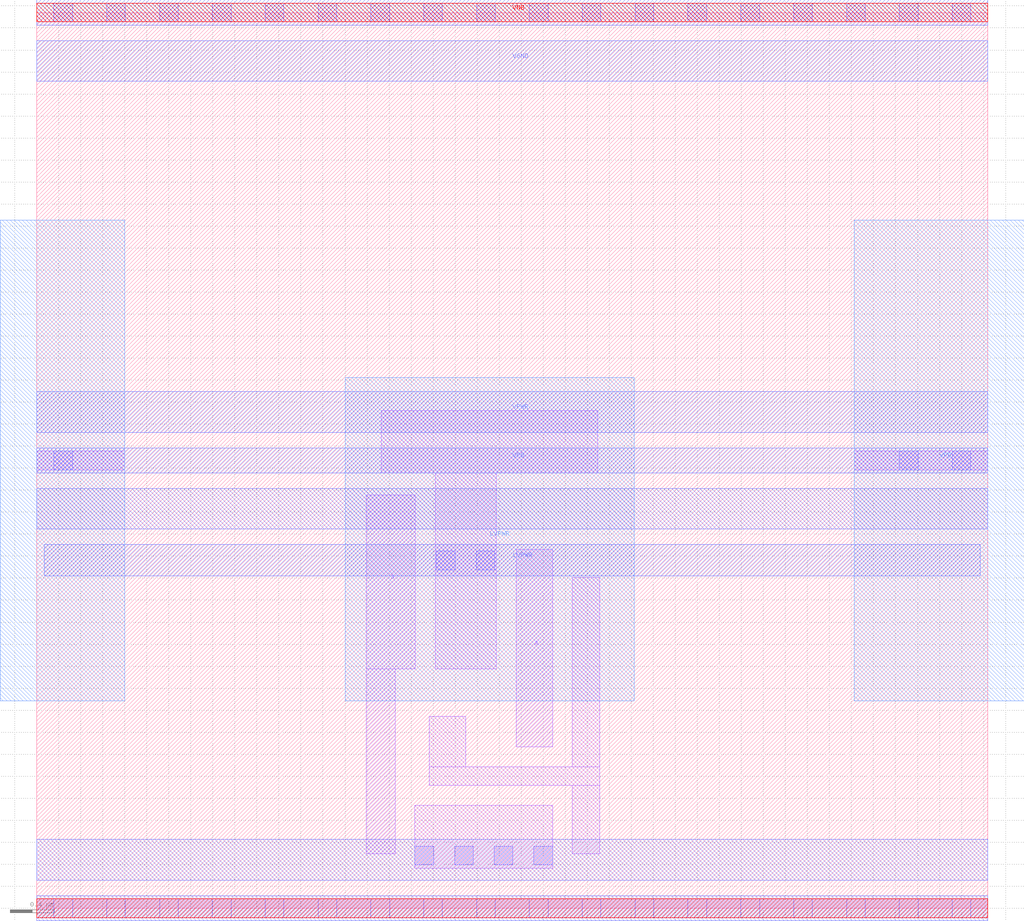
<source format=lef>
# Copyright 2020 The SkyWater PDK Authors
#
# Licensed under the Apache License, Version 2.0 (the "License");
# you may not use this file except in compliance with the License.
# You may obtain a copy of the License at
#
#     https://www.apache.org/licenses/LICENSE-2.0
#
# Unless required by applicable law or agreed to in writing, software
# distributed under the License is distributed on an "AS IS" BASIS,
# WITHOUT WARRANTIES OR CONDITIONS OF ANY KIND, either express or implied.
# See the License for the specific language governing permissions and
# limitations under the License.
#
# SPDX-License-Identifier: Apache-2.0

VERSION 5.7 ;
  NOWIREEXTENSIONATPIN ON ;
  DIVIDERCHAR "/" ;
  BUSBITCHARS "[]" ;
SITE unithvdbl
  SYMMETRY y ;
  CLASS CORE ;
  SIZE  8.640000 BY  8.140000 ;
END unithvdbl
MACRO sky130_fd_sc_hvl__lsbufhv2lv_simple_1
  CLASS CORE ;
  FOREIGN sky130_fd_sc_hvl__lsbufhv2lv_simple_1 ;
  ORIGIN  0.000000  0.000000 ;
  SIZE  8.640000 BY  8.140000 ;
  SYMMETRY X Y ;
  SITE unithvdbl ;
  PIN A
    ANTENNAGATEAREA  0.585000 ;
    DIRECTION INPUT ;
    USE SIGNAL ;
    PORT
      LAYER li1 ;
        RECT 4.355000 1.465000 4.685000 3.260000 ;
    END
  END A
  PIN X
    ANTENNADIFFAREA  0.626250 ;
    DIRECTION OUTPUT ;
    USE SIGNAL ;
    PORT
      LAYER li1 ;
        RECT 2.995000 0.495000 3.255000 2.175000 ;
        RECT 2.995000 2.175000 3.440000 3.755000 ;
    END
  END X
  PIN LVPWR
    DIRECTION INOUT ;
    USE POWER ;
    PORT
      LAYER met1 ;
        RECT 0.070000 3.020000 8.570000 3.305000 ;
      LAYER nwell ;
        RECT 2.800000 1.885000 5.425000 4.825000 ;
    END
  END LVPWR
  PIN VGND
    DIRECTION INOUT ;
    USE GROUND ;
    PORT
      LAYER met1 ;
        RECT 0.000000 7.515000 8.640000 7.885000 ;
    END
  END VGND
  PIN VNB
    DIRECTION INOUT ;
    USE GROUND ;
    PORT
      LAYER met1 ;
        RECT 0.000000 8.025000 8.640000 8.255000 ;
      LAYER pwell ;
        RECT 0.000000 8.055000 8.640000 8.225000 ;
    END
  END VNB
  PIN VPB
    DIRECTION INOUT ;
    USE POWER ;
    PORT
      LAYER met1 ;
        RECT 0.000000 3.955000 8.640000 4.185000 ;
      LAYER nwell ;
        RECT -0.330000 1.885000 0.800000 6.255000 ;
        RECT  7.425000 1.885000 8.970000 6.255000 ;
    END
  END VPB
  PIN VPWR
    DIRECTION INOUT ;
    USE POWER ;
    PORT
      LAYER met1 ;
        RECT 0.000000 4.325000 8.640000 4.695000 ;
    END
  END VPWR
  OBS
    LAYER li1 ;
      RECT 0.000000 -0.085000 8.640000 0.085000 ;
      RECT 0.000000  3.985000 0.800000 4.155000 ;
      RECT 0.000000  8.055000 8.640000 8.225000 ;
      RECT 3.130000  3.955000 5.095000 4.525000 ;
      RECT 3.435000  0.365000 4.685000 0.935000 ;
      RECT 3.565000  1.115000 5.115000 1.285000 ;
      RECT 3.565000  1.285000 3.895000 1.745000 ;
      RECT 3.620000  2.175000 4.175000 3.955000 ;
      RECT 4.865000  0.495000 5.115000 1.115000 ;
      RECT 4.865000  1.285000 5.115000 3.005000 ;
      RECT 7.425000  3.985000 8.640000 4.155000 ;
    LAYER mcon ;
      RECT 0.155000 -0.085000 0.325000 0.085000 ;
      RECT 0.155000  3.985000 0.325000 4.155000 ;
      RECT 0.155000  8.055000 0.325000 8.225000 ;
      RECT 0.635000 -0.085000 0.805000 0.085000 ;
      RECT 0.635000  8.055000 0.805000 8.225000 ;
      RECT 1.115000 -0.085000 1.285000 0.085000 ;
      RECT 1.115000  8.055000 1.285000 8.225000 ;
      RECT 1.595000 -0.085000 1.765000 0.085000 ;
      RECT 1.595000  8.055000 1.765000 8.225000 ;
      RECT 2.075000 -0.085000 2.245000 0.085000 ;
      RECT 2.075000  8.055000 2.245000 8.225000 ;
      RECT 2.555000 -0.085000 2.725000 0.085000 ;
      RECT 2.555000  8.055000 2.725000 8.225000 ;
      RECT 3.035000 -0.085000 3.205000 0.085000 ;
      RECT 3.035000  8.055000 3.205000 8.225000 ;
      RECT 3.435000  0.395000 3.605000 0.565000 ;
      RECT 3.515000 -0.085000 3.685000 0.085000 ;
      RECT 3.515000  8.055000 3.685000 8.225000 ;
      RECT 3.630000  3.075000 3.800000 3.245000 ;
      RECT 3.795000  0.395000 3.965000 0.565000 ;
      RECT 3.990000  3.075000 4.160000 3.245000 ;
      RECT 3.995000 -0.085000 4.165000 0.085000 ;
      RECT 3.995000  8.055000 4.165000 8.225000 ;
      RECT 4.155000  0.395000 4.325000 0.565000 ;
      RECT 4.475000 -0.085000 4.645000 0.085000 ;
      RECT 4.475000  8.055000 4.645000 8.225000 ;
      RECT 4.515000  0.395000 4.685000 0.565000 ;
      RECT 4.955000 -0.085000 5.125000 0.085000 ;
      RECT 4.955000  8.055000 5.125000 8.225000 ;
      RECT 5.435000 -0.085000 5.605000 0.085000 ;
      RECT 5.435000  8.055000 5.605000 8.225000 ;
      RECT 5.915000 -0.085000 6.085000 0.085000 ;
      RECT 5.915000  8.055000 6.085000 8.225000 ;
      RECT 6.395000 -0.085000 6.565000 0.085000 ;
      RECT 6.395000  8.055000 6.565000 8.225000 ;
      RECT 6.875000 -0.085000 7.045000 0.085000 ;
      RECT 6.875000  8.055000 7.045000 8.225000 ;
      RECT 7.355000 -0.085000 7.525000 0.085000 ;
      RECT 7.355000  8.055000 7.525000 8.225000 ;
      RECT 7.835000 -0.085000 8.005000 0.085000 ;
      RECT 7.835000  3.985000 8.005000 4.155000 ;
      RECT 7.835000  8.055000 8.005000 8.225000 ;
      RECT 8.315000 -0.085000 8.485000 0.085000 ;
      RECT 8.315000  3.985000 8.485000 4.155000 ;
      RECT 8.315000  8.055000 8.485000 8.225000 ;
    LAYER met1 ;
      RECT 0.000000 -0.115000 8.640000 0.115000 ;
      RECT 0.000000  0.255000 8.640000 0.625000 ;
      RECT 0.000000  3.445000 8.640000 3.815000 ;
    LAYER pwell ;
      RECT 0.000000 -0.085000 8.640000 0.085000 ;
  END
END sky130_fd_sc_hvl__lsbufhv2lv_simple_1
END LIBRARY

</source>
